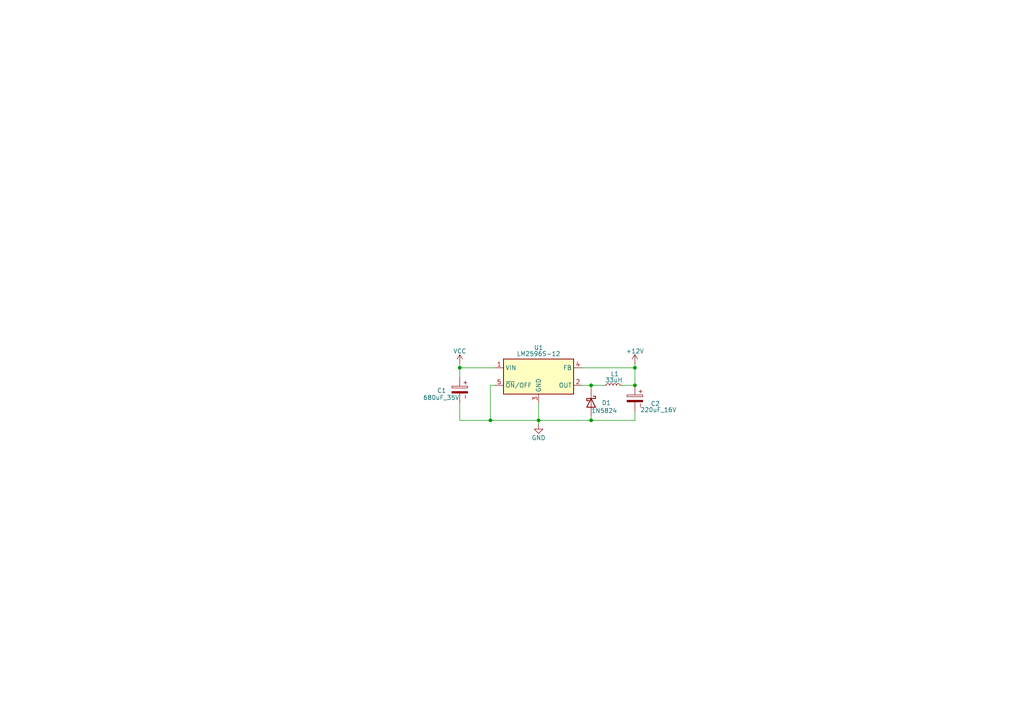
<source format=kicad_sch>
(kicad_sch (version 20250114) (generator "eeschema") (generator_version "9.0")
  (paper "A4")
  (lib_symbols
    (symbol "Device:L_Small" (pin_numbers (hide yes)) (pin_names (offset 0.254) (hide yes))
      (property "Reference" "L" (at 0.762 1.016 0))
      (property "Value" "L_Small" (at 0.762 -1.016 0))
      (symbol "L_Small_0_1"
        (arc (start 0 2.032) (mid 0.5058 1.524) (end 0 1.016))
        (arc (start 0 1.016) (mid 0.5058 0.508) (end 0 0))
        (arc (start 0 0) (mid 0.5058 -0.508) (end 0 -1.016))
        (arc (start 0 -1.016) (mid 0.5058 -1.524) (end 0 -2.032))
      )
      (symbol "L_Small_1_1"
        (pin passive line (at 0 2.54 270) (length 0.508) (name "~") (number "1"))
        (pin passive line (at 0 -2.54 90) (length 0.508) (name "~") (number "2"))
      )
    )
    (symbol "Diode:1N5822" (pin_numbers (hide yes)) (pin_names (offset 1.016) (hide yes))
      (property "Reference" "D" (at 0 2.54 0))
      (property "Value" "1N5822" (at 0 -2.54 0))
      (symbol "1N5822_0_1"
        (polyline (pts (xy -1.905 0.635) (xy -1.905 1.27) (xy -1.27 1.27) (xy -1.27 -1.27) (xy -0.635 -1.27) (xy -0.635 -0.635)) (stroke (width 0.254)))
        (polyline (pts (xy 1.27 1.27) (xy 1.27 -1.27) (xy -1.27 0) (xy 1.27 1.27)) (stroke (width 0.254)))
        (polyline (pts (xy 1.27 0) (xy -1.27 0)))
      )
      (symbol "1N5822_1_1"
        (pin passive line (at -3.81 0 0) (length 2.54) (name "K") (number "1"))
        (pin passive line (at 3.81 0 180) (length 2.54) (name "A") (number "2"))
      )
    )
    (symbol "PCM_SL_Capacitors:470uF_35V"
      (property "Reference" "C" (at 0 7.62 0))
      (property "Value" "470uF_35V" (at 0 5.08 0))
      (symbol "470uF_35V_0_0"
        (text "+" (at -2.032 1.524 0) (effects (font (size 1.27 1.27))))
        (text "-" (at 2.032 1.524 0) (effects (font (size 1.27 1.27))))
      )
      (symbol "470uF_35V_0_1"
        (rectangle (start -1.016 -2.286) (end -0.508 2.286))
        (rectangle (start 0.508 -2.286) (end 1.016 2.286) (fill (type outline)))
      )
      (symbol "470uF_35V_1_1"
        (pin passive line (at -3.81 0 0) (length 2.7) (name "~") (number "1"))
        (pin input line (at 3.81 0 180) (length 2.7) (name "~") (number "2"))
      )
    )
    (symbol "Regulator_Switching:LM2596S-12"
      (property "Reference" "U" (at -10.16 6.35 0))
      (property "Value" "LM2596S-12" (at 0 6.35 0))
      (symbol "LM2596S-12_0_1"
        (rectangle (start -10.16 5.08) (end 10.16 -5.08) (stroke (width 0.254)) (fill (type background)))
      )
      (symbol "LM2596S-12_1_1"
        (pin power_in line (at -12.7 2.54 0) (length 2.54) (name "VIN") (number "1"))
        (pin input line (at -12.7 -2.54 0) (length 2.54) (name "~{ON}/OFF") (number "5"))
        (pin power_in line (at 0 -7.62 90) (length 2.54) (name "GND") (number "3"))
        (pin input line (at 12.7 2.54 180) (length 2.54) (name "FB") (number "4"))
        (pin output line (at 12.7 -2.54 180) (length 2.54) (name "OUT") (number "2"))
      )
    )
    (symbol "power:+12V" (power) (pin_numbers (hide yes)) (pin_names (offset 0) (hide yes))
      (property "Value" "+12V" (at 0 3.556 0))
      (symbol "+12V_0_1"
        (polyline (pts (xy -0.762 1.27) (xy 0 2.54)))
        (polyline (pts (xy 0 2.54) (xy 0.762 1.27)))
        (polyline (pts (xy 0 0) (xy 0 2.54)))
      )
      (symbol "+12V_1_1"
        (pin power_in line (at 0 0 90) (length 0) (name "~") (number "1"))
      )
    )
    (symbol "power:GND" (power) (pin_numbers (hide yes)) (pin_names (offset 0) (hide yes))
      (property "Value" "GND" (at 0 -3.81 0))
      (symbol "GND_0_1"
        (polyline (pts (xy 0 0) (xy 0 -1.27) (xy 1.27 -1.27) (xy 0 -2.54) (xy -1.27 -1.27) (xy 0 -1.27)))
      )
      (symbol "GND_1_1"
        (pin power_in line (at 0 0 270) (length 0) (name "~") (number "1"))
      )
    )
    (symbol "power:VCC" (power) (pin_numbers (hide yes)) (pin_names (offset 0) (hide yes))
      (property "Value" "VCC" (at 0 3.556 0))
      (symbol "VCC_0_1"
        (polyline (pts (xy -0.762 1.27) (xy 0 2.54)))
        (polyline (pts (xy 0 2.54) (xy 0.762 1.27)))
        (polyline (pts (xy 0 0) (xy 0 2.54)))
      )
      (symbol "VCC_1_1"
        (pin power_in line (at 0 0 90) (length 0) (name "~") (number "1"))
      )
    )
  )
  (junction (at 171.45 121.92))
  (junction (at 133.35 106.68))
  (junction (at 184.15 111.76))
  (junction (at 142.24 121.92))
  (junction (at 171.45 111.76))
  (junction (at 156.21 121.92))
  (junction (at 184.15 106.68))
  (wire (pts (xy 184.15 106.68) (xy 184.15 111.76)))
  (wire (pts (xy 156.21 121.92) (xy 171.45 121.92)))
  (wire (pts (xy 156.21 121.92) (xy 156.21 123.19)))
  (wire (pts (xy 156.21 116.84) (xy 156.21 121.92)))
  (wire (pts (xy 171.45 111.76) (xy 175.26 111.76)))
  (wire (pts (xy 184.15 119.38) (xy 184.15 121.92)))
  (wire (pts (xy 133.35 116.84) (xy 133.35 121.92)))
  (wire (pts (xy 133.35 106.68) (xy 143.51 106.68)))
  (wire (pts (xy 171.45 121.92) (xy 184.15 121.92)))
  (wire (pts (xy 184.15 105.41) (xy 184.15 106.68)))
  (wire (pts (xy 168.91 111.76) (xy 171.45 111.76)))
  (wire (pts (xy 142.24 111.76) (xy 142.24 121.92)))
  (wire (pts (xy 142.24 121.92) (xy 156.21 121.92)))
  (wire (pts (xy 133.35 105.41) (xy 133.35 106.68)))
  (wire (pts (xy 168.91 106.68) (xy 184.15 106.68)))
  (wire (pts (xy 171.45 111.76) (xy 171.45 113.03)))
  (wire (pts (xy 142.24 111.76) (xy 143.51 111.76)))
  (wire (pts (xy 180.34 111.76) (xy 184.15 111.76)))
  (wire (pts (xy 133.35 121.92) (xy 142.24 121.92)))
  (wire (pts (xy 171.45 121.92) (xy 171.45 120.65)))
  (wire (pts (xy 133.35 106.68) (xy 133.35 109.22)))
  (symbol (lib_id "power:GND") (at 156.21 123.19 0) (unit 1)
    (property "Reference" "#PWR01" (effects (hide yes)))
    (property "Value" "GND" (at 156.21 127 0))
    (property "Description" "Power symbol creates a global label with name \"GND\" , ground" (effects (hide yes)))
  )
  (symbol (lib_id "Device:L_Small") (at 177.8 111.76 90) (unit 1)
    (property "Reference" "L1" (at 178.308 108.458 90))
    (property "Value" "33uH" (at 178.054 110.236 90))
    (property "Description" "Inductor, small symbol" (effects (hide yes)))
  )
  (symbol (lib_id "Diode:1N5822") (at 171.45 116.84 270) (unit 1)
    (property "Reference" "D1" (at 174.498 116.84 90) (effects (justify left)))
    (property "Value" "1N5824" (at 171.45 119.126 90) (effects (justify left)))
    (property "Footprint" "Diode_THT:D_DO-201AD_P15.24mm_Horizontal" (effects (hide yes)))
    (property "Datasheet" "http://www.vishay.com/docs/88526/1n5820.pdf" (effects (hide yes)))
    (property "Description" "40V 3A Schottky Barrier Rectifier Diode, DO-201AD" (effects (hide yes)))
  )
  (symbol (lib_id "PCM_SL_Capacitors:470uF_35V") (at 184.15 115.57 270) (unit 1)
    (property "Reference" "C2" (at 188.722 117.094 90) (effects (justify left)))
    (property "Value" "220uF_16V" (at 185.674 118.872 90) (effects (justify left)))
    (property "Footprint" "Capacitor_THT:CP_Radial_D10.0mm_P5.00mm" (effects (hide yes)))
    (property "Description" "470uF, 35V Electrolytic Capacitor" (effects (hide yes)))
  )
  (symbol (lib_id "Regulator_Switching:LM2596S-12") (at 156.21 109.22 0) (unit 1)
    (property "Reference" "U1" (at 156.21 100.838 0))
    (property "Value" "LM2596S-12" (at 156.21 102.616 0))
    (property "Footprint" "Package_TO_SOT_SMD:TO-263-5_TabPin3" (effects (hide yes)))
    (property "Datasheet" "http://www.ti.com/lit/ds/symlink/lm2596.pdf" (effects (hide yes)))
    (property "Description" "12V 3A Step-Down Voltage Regulator, TO-263" (effects (hide yes)))
  )
  (symbol (lib_id "power:+12V") (at 184.15 105.41 0) (unit 1)
    (property "Reference" "#PWR02" (effects (hide yes)))
    (property "Value" "+12V" (at 184.15 101.854 0))
    (property "Description" "Power symbol creates a global label with name \"+12V\"" (effects (hide yes)))
  )
  (symbol (lib_id "power:VCC") (at 133.35 105.41 0) (unit 1)
    (property "Reference" "#PWR03" (effects (hide yes)))
    (property "Value" "VCC" (at 133.35 101.854 0))
    (property "Description" "Power symbol creates a global label with name \"VCC\"" (effects (hide yes)))
  )
  (symbol (lib_id "PCM_SL_Capacitors:470uF_35V") (at 133.35 113.03 270) (unit 1)
    (property "Reference" "C1" (at 126.746 113.284 90) (effects (justify left)))
    (property "Value" "680uF_35V" (at 122.682 115.316 90) (effects (justify left)))
    (property "Footprint" "Capacitor_THT:CP_Radial_D10.0mm_P5.00mm" (effects (hide yes)))
    (property "Description" "470uF, 35V Electrolytic Capacitor" (effects (hide yes)))
  )
)
</source>
